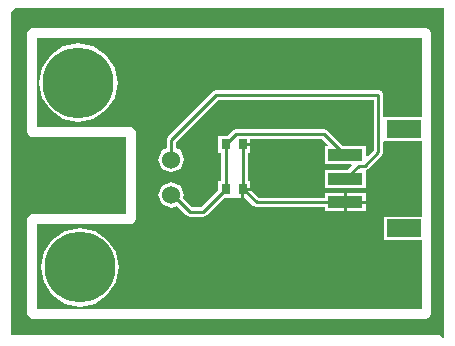
<source format=gtl>
%FSLAX23Y23*%
%MOIN*%
G70*
G01*
G75*
G04 Layer_Physical_Order=1*
G04 Layer_Color=255*
%ADD10R,0.118X0.059*%
%ADD11R,0.118X0.039*%
%ADD12R,0.031X0.035*%
%ADD13C,0.010*%
%ADD14C,0.060*%
%ADD15C,0.039*%
%ADD16C,0.236*%
G36*
X1375Y-78D02*
X1370Y-80D01*
X1360Y-70D01*
X-70D01*
Y1005D01*
X-55Y1020D01*
X1375D01*
Y-78D01*
D02*
G37*
%LPC*%
G36*
X1315Y951D02*
X0D01*
X-11Y946D01*
X-16Y935D01*
Y605D01*
X-11Y594D01*
X0Y589D01*
X314D01*
Y331D01*
X0D01*
X-11Y326D01*
X-16Y315D01*
Y0D01*
X-11Y-11D01*
X0Y-16D01*
X1315D01*
X1326Y-11D01*
X1331Y0D01*
Y935D01*
X1326Y946D01*
X1315Y951D01*
D02*
G37*
%LPD*%
G36*
X1299Y655D02*
X1175D01*
X1175Y655D01*
Y655D01*
X1173Y655D01*
X1171Y656D01*
Y730D01*
X1166Y741D01*
X1155Y746D01*
X615D01*
X604Y741D01*
X454Y591D01*
X449Y580D01*
Y551D01*
X434Y545D01*
X422Y514D01*
X434Y483D01*
X465Y471D01*
X496Y483D01*
X508Y514D01*
X496Y545D01*
X481Y551D01*
Y573D01*
X622Y714D01*
X1139D01*
Y546D01*
X1119Y525D01*
X1114Y527D01*
Y558D01*
X1038D01*
X985Y611D01*
X974Y616D01*
X682D01*
X671Y611D01*
X652Y593D01*
X622D01*
Y537D01*
X631D01*
Y443D01*
X622D01*
Y412D01*
X566Y356D01*
X533D01*
X504Y385D01*
X508Y396D01*
X496Y427D01*
X465Y439D01*
X434Y427D01*
X422Y396D01*
X434Y365D01*
X465Y353D01*
X483Y360D01*
X514Y329D01*
X526Y324D01*
X572D01*
X584Y329D01*
X584Y329D01*
X584Y329D01*
X643Y387D01*
X673D01*
Y387D01*
X673D01*
X673Y387D01*
X677D01*
Y387D01*
X698D01*
Y415D01*
X703D01*
Y420D01*
X728D01*
Y443D01*
X721D01*
Y537D01*
X728D01*
Y560D01*
X703D01*
Y570D01*
X728D01*
Y584D01*
X967D01*
X988Y563D01*
X986Y558D01*
X976D01*
Y499D01*
X1065D01*
X1066Y494D01*
X1052Y480D01*
X976D01*
Y420D01*
X1114D01*
Y479D01*
X1122Y483D01*
X1166Y527D01*
X1171Y539D01*
Y574D01*
X1173Y576D01*
X1175Y576D01*
X1175Y576D01*
Y576D01*
X1299D01*
Y324D01*
X1173D01*
Y245D01*
X1299D01*
Y16D01*
X16D01*
Y299D01*
X330D01*
X341Y304D01*
X346Y315D01*
X346Y315D01*
X346Y315D01*
Y605D01*
X341Y616D01*
X330Y621D01*
X16D01*
Y919D01*
X1299D01*
Y655D01*
D02*
G37*
%LPC*%
G36*
X160Y286D02*
X110Y276D01*
X68Y247D01*
X39Y205D01*
X29Y155D01*
X39Y105D01*
X68Y63D01*
X110Y34D01*
X160Y24D01*
X210Y34D01*
X252Y63D01*
X281Y105D01*
X291Y155D01*
X281Y205D01*
X252Y247D01*
X210Y276D01*
X160Y286D01*
D02*
G37*
G36*
X733Y410D02*
X708D01*
Y387D01*
X710D01*
X737Y360D01*
X737Y360D01*
X737D01*
X737Y360D01*
X737D01*
Y360D01*
D01*
D01*
D01*
D01*
X737D01*
Y360D01*
D01*
X749Y355D01*
X976D01*
Y342D01*
X1040D01*
Y371D01*
Y401D01*
X976D01*
Y387D01*
X755D01*
X733Y410D01*
D02*
G37*
G36*
X155Y901D02*
X105Y891D01*
X63Y862D01*
X34Y820D01*
X24Y770D01*
X34Y720D01*
X63Y678D01*
X105Y649D01*
X155Y639D01*
X205Y649D01*
X247Y678D01*
X276Y720D01*
X286Y770D01*
X276Y820D01*
X247Y862D01*
X205Y891D01*
X155Y901D01*
D02*
G37*
G36*
X1114Y401D02*
X1050D01*
Y376D01*
X1114D01*
Y401D01*
D02*
G37*
G36*
Y366D02*
X1050D01*
Y342D01*
X1114D01*
Y366D01*
D02*
G37*
%LPD*%
D10*
X1242Y285D02*
D03*
Y615D02*
D03*
D11*
X1045Y529D02*
D03*
Y371D02*
D03*
Y450D02*
D03*
Y529D02*
D03*
D12*
X703Y565D02*
D03*
X647D02*
D03*
X703Y415D02*
D03*
X647D02*
D03*
D13*
X1155Y539D02*
Y730D01*
X1110Y494D02*
X1155Y539D01*
X1089Y494D02*
X1110D01*
X1045Y450D02*
X1089Y494D01*
X705Y415D02*
X749Y371D01*
X1045D01*
X974Y600D02*
X1045Y529D01*
X705Y415D02*
Y565D01*
X615Y730D02*
X1155D01*
X465Y580D02*
X615Y730D01*
X465Y514D02*
Y580D01*
X470Y396D02*
X526Y340D01*
X682Y600D02*
X974D01*
X647Y565D02*
X682Y600D01*
X647Y415D02*
Y565D01*
X572Y340D02*
X647Y415D01*
X526Y340D02*
X572D01*
D14*
X465Y514D02*
D03*
Y396D02*
D03*
D15*
X92Y833D02*
D03*
X218D02*
D03*
X155Y859D02*
D03*
X66Y770D02*
D03*
X92Y707D02*
D03*
X155Y681D02*
D03*
X218Y707D02*
D03*
X244Y770D02*
D03*
X249Y155D02*
D03*
X223Y92D02*
D03*
X160Y66D02*
D03*
X97Y92D02*
D03*
X71Y155D02*
D03*
X160Y244D02*
D03*
X223Y218D02*
D03*
X97D02*
D03*
D16*
X155Y770D02*
D03*
X160Y155D02*
D03*
M02*

</source>
